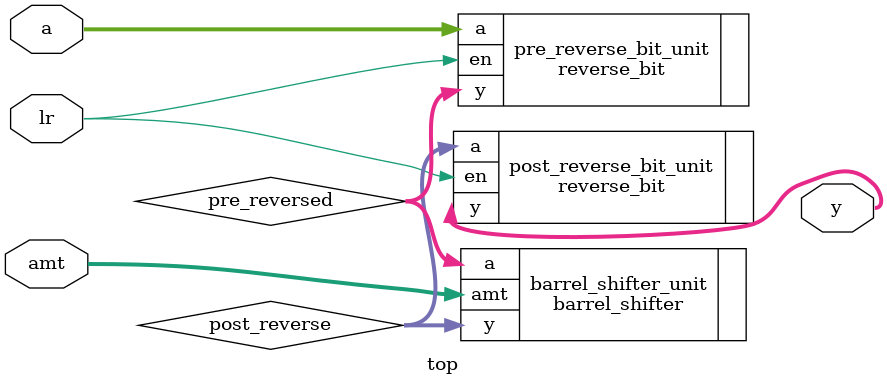
<source format=v>
module top
	(
		input wire [7:0] a,		// Input
		input wire [2:0] amt,	// Number of rotation
		input wire lr,			// Rotate left(lr=0) or right(lr=1) 
		output wire [7:0] y		// Output
	);
	
	// Signal declaration
	wire [7:0] pre_reversed, post_reverse;
	
	// Body
	barrel_shifter barrel_shifter_unit
		(.a(pre_reversed), .amt(amt), .y(post_reverse));
		
	reverse_bit pre_reverse_bit_unit 
		(.a(a), .en(lr), .y(pre_reversed));
		
	reverse_bit post_reverse_bit_unit 
		(.a(post_reverse), .en(lr), .y(y));
	
endmodule
</source>
